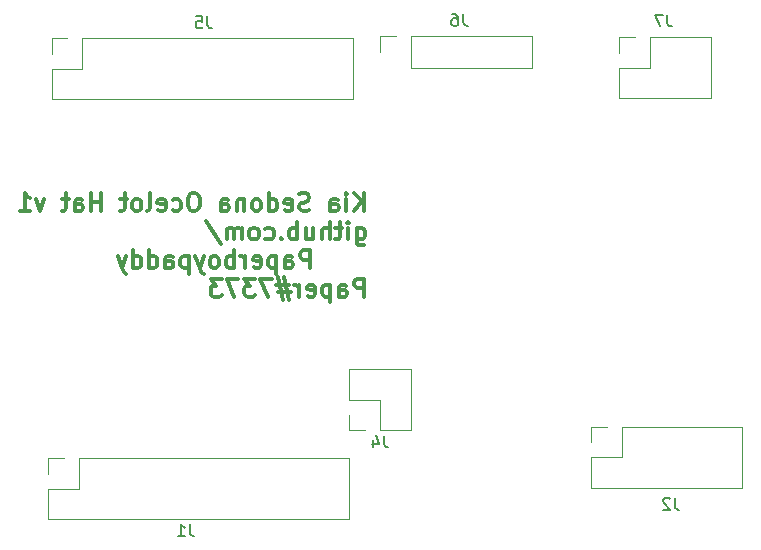
<source format=gbr>
%TF.GenerationSoftware,KiCad,Pcbnew,(6.0.11)*%
%TF.CreationDate,2023-04-23T10:13:21-07:00*%
%TF.ProjectId,Ocelothat,4f63656c-6f74-4686-9174-2e6b69636164,rev?*%
%TF.SameCoordinates,Original*%
%TF.FileFunction,Legend,Bot*%
%TF.FilePolarity,Positive*%
%FSLAX46Y46*%
G04 Gerber Fmt 4.6, Leading zero omitted, Abs format (unit mm)*
G04 Created by KiCad (PCBNEW (6.0.11)) date 2023-04-23 10:13:21*
%MOMM*%
%LPD*%
G01*
G04 APERTURE LIST*
%ADD10C,0.300000*%
%ADD11C,0.150000*%
%ADD12C,0.120000*%
G04 APERTURE END LIST*
D10*
X151987857Y-83596071D02*
X151987857Y-82096071D01*
X151130714Y-83596071D02*
X151773571Y-82738928D01*
X151130714Y-82096071D02*
X151987857Y-82953214D01*
X150487857Y-83596071D02*
X150487857Y-82596071D01*
X150487857Y-82096071D02*
X150559285Y-82167500D01*
X150487857Y-82238928D01*
X150416428Y-82167500D01*
X150487857Y-82096071D01*
X150487857Y-82238928D01*
X149130714Y-83596071D02*
X149130714Y-82810357D01*
X149202142Y-82667500D01*
X149345000Y-82596071D01*
X149630714Y-82596071D01*
X149773571Y-82667500D01*
X149130714Y-83524642D02*
X149273571Y-83596071D01*
X149630714Y-83596071D01*
X149773571Y-83524642D01*
X149845000Y-83381785D01*
X149845000Y-83238928D01*
X149773571Y-83096071D01*
X149630714Y-83024642D01*
X149273571Y-83024642D01*
X149130714Y-82953214D01*
X147345000Y-83524642D02*
X147130714Y-83596071D01*
X146773571Y-83596071D01*
X146630714Y-83524642D01*
X146559285Y-83453214D01*
X146487857Y-83310357D01*
X146487857Y-83167500D01*
X146559285Y-83024642D01*
X146630714Y-82953214D01*
X146773571Y-82881785D01*
X147059285Y-82810357D01*
X147202142Y-82738928D01*
X147273571Y-82667500D01*
X147345000Y-82524642D01*
X147345000Y-82381785D01*
X147273571Y-82238928D01*
X147202142Y-82167500D01*
X147059285Y-82096071D01*
X146702142Y-82096071D01*
X146487857Y-82167500D01*
X145273571Y-83524642D02*
X145416428Y-83596071D01*
X145702142Y-83596071D01*
X145845000Y-83524642D01*
X145916428Y-83381785D01*
X145916428Y-82810357D01*
X145845000Y-82667500D01*
X145702142Y-82596071D01*
X145416428Y-82596071D01*
X145273571Y-82667500D01*
X145202142Y-82810357D01*
X145202142Y-82953214D01*
X145916428Y-83096071D01*
X143916428Y-83596071D02*
X143916428Y-82096071D01*
X143916428Y-83524642D02*
X144059285Y-83596071D01*
X144345000Y-83596071D01*
X144487857Y-83524642D01*
X144559285Y-83453214D01*
X144630714Y-83310357D01*
X144630714Y-82881785D01*
X144559285Y-82738928D01*
X144487857Y-82667500D01*
X144345000Y-82596071D01*
X144059285Y-82596071D01*
X143916428Y-82667500D01*
X142987857Y-83596071D02*
X143130714Y-83524642D01*
X143202142Y-83453214D01*
X143273571Y-83310357D01*
X143273571Y-82881785D01*
X143202142Y-82738928D01*
X143130714Y-82667500D01*
X142987857Y-82596071D01*
X142773571Y-82596071D01*
X142630714Y-82667500D01*
X142559285Y-82738928D01*
X142487857Y-82881785D01*
X142487857Y-83310357D01*
X142559285Y-83453214D01*
X142630714Y-83524642D01*
X142773571Y-83596071D01*
X142987857Y-83596071D01*
X141845000Y-82596071D02*
X141845000Y-83596071D01*
X141845000Y-82738928D02*
X141773571Y-82667500D01*
X141630714Y-82596071D01*
X141416428Y-82596071D01*
X141273571Y-82667500D01*
X141202142Y-82810357D01*
X141202142Y-83596071D01*
X139845000Y-83596071D02*
X139845000Y-82810357D01*
X139916428Y-82667500D01*
X140059285Y-82596071D01*
X140345000Y-82596071D01*
X140487857Y-82667500D01*
X139845000Y-83524642D02*
X139987857Y-83596071D01*
X140345000Y-83596071D01*
X140487857Y-83524642D01*
X140559285Y-83381785D01*
X140559285Y-83238928D01*
X140487857Y-83096071D01*
X140345000Y-83024642D01*
X139987857Y-83024642D01*
X139845000Y-82953214D01*
X137702142Y-82096071D02*
X137416428Y-82096071D01*
X137273571Y-82167500D01*
X137130714Y-82310357D01*
X137059285Y-82596071D01*
X137059285Y-83096071D01*
X137130714Y-83381785D01*
X137273571Y-83524642D01*
X137416428Y-83596071D01*
X137702142Y-83596071D01*
X137845000Y-83524642D01*
X137987857Y-83381785D01*
X138059285Y-83096071D01*
X138059285Y-82596071D01*
X137987857Y-82310357D01*
X137845000Y-82167500D01*
X137702142Y-82096071D01*
X135773571Y-83524642D02*
X135916428Y-83596071D01*
X136202142Y-83596071D01*
X136345000Y-83524642D01*
X136416428Y-83453214D01*
X136487857Y-83310357D01*
X136487857Y-82881785D01*
X136416428Y-82738928D01*
X136345000Y-82667500D01*
X136202142Y-82596071D01*
X135916428Y-82596071D01*
X135773571Y-82667500D01*
X134559285Y-83524642D02*
X134702142Y-83596071D01*
X134987857Y-83596071D01*
X135130714Y-83524642D01*
X135202142Y-83381785D01*
X135202142Y-82810357D01*
X135130714Y-82667500D01*
X134987857Y-82596071D01*
X134702142Y-82596071D01*
X134559285Y-82667500D01*
X134487857Y-82810357D01*
X134487857Y-82953214D01*
X135202142Y-83096071D01*
X133630714Y-83596071D02*
X133773571Y-83524642D01*
X133844999Y-83381785D01*
X133844999Y-82096071D01*
X132844999Y-83596071D02*
X132987857Y-83524642D01*
X133059285Y-83453214D01*
X133130714Y-83310357D01*
X133130714Y-82881785D01*
X133059285Y-82738928D01*
X132987857Y-82667500D01*
X132844999Y-82596071D01*
X132630714Y-82596071D01*
X132487857Y-82667500D01*
X132416428Y-82738928D01*
X132344999Y-82881785D01*
X132344999Y-83310357D01*
X132416428Y-83453214D01*
X132487857Y-83524642D01*
X132630714Y-83596071D01*
X132844999Y-83596071D01*
X131916428Y-82596071D02*
X131344999Y-82596071D01*
X131702142Y-82096071D02*
X131702142Y-83381785D01*
X131630714Y-83524642D01*
X131487857Y-83596071D01*
X131344999Y-83596071D01*
X129702142Y-83596071D02*
X129702142Y-82096071D01*
X129702142Y-82810357D02*
X128845000Y-82810357D01*
X128845000Y-83596071D02*
X128845000Y-82096071D01*
X127487857Y-83596071D02*
X127487857Y-82810357D01*
X127559285Y-82667500D01*
X127702142Y-82596071D01*
X127987857Y-82596071D01*
X128130714Y-82667500D01*
X127487857Y-83524642D02*
X127630714Y-83596071D01*
X127987857Y-83596071D01*
X128130714Y-83524642D01*
X128202142Y-83381785D01*
X128202142Y-83238928D01*
X128130714Y-83096071D01*
X127987857Y-83024642D01*
X127630714Y-83024642D01*
X127487857Y-82953214D01*
X126987857Y-82596071D02*
X126416428Y-82596071D01*
X126773571Y-82096071D02*
X126773571Y-83381785D01*
X126702142Y-83524642D01*
X126559285Y-83596071D01*
X126416428Y-83596071D01*
X124916428Y-82596071D02*
X124559285Y-83596071D01*
X124202142Y-82596071D01*
X122845000Y-83596071D02*
X123702142Y-83596071D01*
X123273571Y-83596071D02*
X123273571Y-82096071D01*
X123416428Y-82310357D01*
X123559285Y-82453214D01*
X123702142Y-82524642D01*
X151345000Y-85011071D02*
X151345000Y-86225357D01*
X151416428Y-86368214D01*
X151487857Y-86439642D01*
X151630714Y-86511071D01*
X151845000Y-86511071D01*
X151987857Y-86439642D01*
X151345000Y-85939642D02*
X151487857Y-86011071D01*
X151773571Y-86011071D01*
X151916428Y-85939642D01*
X151987857Y-85868214D01*
X152059285Y-85725357D01*
X152059285Y-85296785D01*
X151987857Y-85153928D01*
X151916428Y-85082500D01*
X151773571Y-85011071D01*
X151487857Y-85011071D01*
X151345000Y-85082500D01*
X150630714Y-86011071D02*
X150630714Y-85011071D01*
X150630714Y-84511071D02*
X150702142Y-84582500D01*
X150630714Y-84653928D01*
X150559285Y-84582500D01*
X150630714Y-84511071D01*
X150630714Y-84653928D01*
X150130714Y-85011071D02*
X149559285Y-85011071D01*
X149916428Y-84511071D02*
X149916428Y-85796785D01*
X149845000Y-85939642D01*
X149702142Y-86011071D01*
X149559285Y-86011071D01*
X149059285Y-86011071D02*
X149059285Y-84511071D01*
X148416428Y-86011071D02*
X148416428Y-85225357D01*
X148487857Y-85082500D01*
X148630714Y-85011071D01*
X148845000Y-85011071D01*
X148987857Y-85082500D01*
X149059285Y-85153928D01*
X147059285Y-85011071D02*
X147059285Y-86011071D01*
X147702142Y-85011071D02*
X147702142Y-85796785D01*
X147630714Y-85939642D01*
X147487857Y-86011071D01*
X147273571Y-86011071D01*
X147130714Y-85939642D01*
X147059285Y-85868214D01*
X146345000Y-86011071D02*
X146345000Y-84511071D01*
X146345000Y-85082500D02*
X146202142Y-85011071D01*
X145916428Y-85011071D01*
X145773571Y-85082500D01*
X145702142Y-85153928D01*
X145630714Y-85296785D01*
X145630714Y-85725357D01*
X145702142Y-85868214D01*
X145773571Y-85939642D01*
X145916428Y-86011071D01*
X146202142Y-86011071D01*
X146345000Y-85939642D01*
X144987857Y-85868214D02*
X144916428Y-85939642D01*
X144987857Y-86011071D01*
X145059285Y-85939642D01*
X144987857Y-85868214D01*
X144987857Y-86011071D01*
X143630714Y-85939642D02*
X143773571Y-86011071D01*
X144059285Y-86011071D01*
X144202142Y-85939642D01*
X144273571Y-85868214D01*
X144345000Y-85725357D01*
X144345000Y-85296785D01*
X144273571Y-85153928D01*
X144202142Y-85082500D01*
X144059285Y-85011071D01*
X143773571Y-85011071D01*
X143630714Y-85082500D01*
X142773571Y-86011071D02*
X142916428Y-85939642D01*
X142987857Y-85868214D01*
X143059285Y-85725357D01*
X143059285Y-85296785D01*
X142987857Y-85153928D01*
X142916428Y-85082500D01*
X142773571Y-85011071D01*
X142559285Y-85011071D01*
X142416428Y-85082500D01*
X142345000Y-85153928D01*
X142273571Y-85296785D01*
X142273571Y-85725357D01*
X142345000Y-85868214D01*
X142416428Y-85939642D01*
X142559285Y-86011071D01*
X142773571Y-86011071D01*
X141630714Y-86011071D02*
X141630714Y-85011071D01*
X141630714Y-85153928D02*
X141559285Y-85082500D01*
X141416428Y-85011071D01*
X141202142Y-85011071D01*
X141059285Y-85082500D01*
X140987857Y-85225357D01*
X140987857Y-86011071D01*
X140987857Y-85225357D02*
X140916428Y-85082500D01*
X140773571Y-85011071D01*
X140559285Y-85011071D01*
X140416428Y-85082500D01*
X140345000Y-85225357D01*
X140345000Y-86011071D01*
X138559285Y-84439642D02*
X139845000Y-86368214D01*
X147416428Y-88426071D02*
X147416428Y-86926071D01*
X146845000Y-86926071D01*
X146702142Y-86997500D01*
X146630714Y-87068928D01*
X146559285Y-87211785D01*
X146559285Y-87426071D01*
X146630714Y-87568928D01*
X146702142Y-87640357D01*
X146845000Y-87711785D01*
X147416428Y-87711785D01*
X145273571Y-88426071D02*
X145273571Y-87640357D01*
X145345000Y-87497500D01*
X145487857Y-87426071D01*
X145773571Y-87426071D01*
X145916428Y-87497500D01*
X145273571Y-88354642D02*
X145416428Y-88426071D01*
X145773571Y-88426071D01*
X145916428Y-88354642D01*
X145987857Y-88211785D01*
X145987857Y-88068928D01*
X145916428Y-87926071D01*
X145773571Y-87854642D01*
X145416428Y-87854642D01*
X145273571Y-87783214D01*
X144559285Y-87426071D02*
X144559285Y-88926071D01*
X144559285Y-87497500D02*
X144416428Y-87426071D01*
X144130714Y-87426071D01*
X143987857Y-87497500D01*
X143916428Y-87568928D01*
X143845000Y-87711785D01*
X143845000Y-88140357D01*
X143916428Y-88283214D01*
X143987857Y-88354642D01*
X144130714Y-88426071D01*
X144416428Y-88426071D01*
X144559285Y-88354642D01*
X142630714Y-88354642D02*
X142773571Y-88426071D01*
X143059285Y-88426071D01*
X143202142Y-88354642D01*
X143273571Y-88211785D01*
X143273571Y-87640357D01*
X143202142Y-87497500D01*
X143059285Y-87426071D01*
X142773571Y-87426071D01*
X142630714Y-87497500D01*
X142559285Y-87640357D01*
X142559285Y-87783214D01*
X143273571Y-87926071D01*
X141916428Y-88426071D02*
X141916428Y-87426071D01*
X141916428Y-87711785D02*
X141845000Y-87568928D01*
X141773571Y-87497500D01*
X141630714Y-87426071D01*
X141487857Y-87426071D01*
X140987857Y-88426071D02*
X140987857Y-86926071D01*
X140987857Y-87497500D02*
X140845000Y-87426071D01*
X140559285Y-87426071D01*
X140416428Y-87497500D01*
X140345000Y-87568928D01*
X140273571Y-87711785D01*
X140273571Y-88140357D01*
X140345000Y-88283214D01*
X140416428Y-88354642D01*
X140559285Y-88426071D01*
X140845000Y-88426071D01*
X140987857Y-88354642D01*
X139416428Y-88426071D02*
X139559285Y-88354642D01*
X139630714Y-88283214D01*
X139702142Y-88140357D01*
X139702142Y-87711785D01*
X139630714Y-87568928D01*
X139559285Y-87497500D01*
X139416428Y-87426071D01*
X139202142Y-87426071D01*
X139059285Y-87497500D01*
X138987857Y-87568928D01*
X138916428Y-87711785D01*
X138916428Y-88140357D01*
X138987857Y-88283214D01*
X139059285Y-88354642D01*
X139202142Y-88426071D01*
X139416428Y-88426071D01*
X138416428Y-87426071D02*
X138059285Y-88426071D01*
X137702142Y-87426071D02*
X138059285Y-88426071D01*
X138202142Y-88783214D01*
X138273571Y-88854642D01*
X138416428Y-88926071D01*
X137130714Y-87426071D02*
X137130714Y-88926071D01*
X137130714Y-87497500D02*
X136987857Y-87426071D01*
X136702142Y-87426071D01*
X136559285Y-87497500D01*
X136487857Y-87568928D01*
X136416428Y-87711785D01*
X136416428Y-88140357D01*
X136487857Y-88283214D01*
X136559285Y-88354642D01*
X136702142Y-88426071D01*
X136987857Y-88426071D01*
X137130714Y-88354642D01*
X135130714Y-88426071D02*
X135130714Y-87640357D01*
X135202142Y-87497500D01*
X135345000Y-87426071D01*
X135630714Y-87426071D01*
X135773571Y-87497500D01*
X135130714Y-88354642D02*
X135273571Y-88426071D01*
X135630714Y-88426071D01*
X135773571Y-88354642D01*
X135845000Y-88211785D01*
X135845000Y-88068928D01*
X135773571Y-87926071D01*
X135630714Y-87854642D01*
X135273571Y-87854642D01*
X135130714Y-87783214D01*
X133773571Y-88426071D02*
X133773571Y-86926071D01*
X133773571Y-88354642D02*
X133916428Y-88426071D01*
X134202142Y-88426071D01*
X134345000Y-88354642D01*
X134416428Y-88283214D01*
X134487857Y-88140357D01*
X134487857Y-87711785D01*
X134416428Y-87568928D01*
X134345000Y-87497500D01*
X134202142Y-87426071D01*
X133916428Y-87426071D01*
X133773571Y-87497500D01*
X132416428Y-88426071D02*
X132416428Y-86926071D01*
X132416428Y-88354642D02*
X132559285Y-88426071D01*
X132845000Y-88426071D01*
X132987857Y-88354642D01*
X133059285Y-88283214D01*
X133130714Y-88140357D01*
X133130714Y-87711785D01*
X133059285Y-87568928D01*
X132987857Y-87497500D01*
X132845000Y-87426071D01*
X132559285Y-87426071D01*
X132416428Y-87497500D01*
X131845000Y-87426071D02*
X131487857Y-88426071D01*
X131130714Y-87426071D02*
X131487857Y-88426071D01*
X131630714Y-88783214D01*
X131702142Y-88854642D01*
X131845000Y-88926071D01*
X151987857Y-90841071D02*
X151987857Y-89341071D01*
X151416428Y-89341071D01*
X151273571Y-89412500D01*
X151202142Y-89483928D01*
X151130714Y-89626785D01*
X151130714Y-89841071D01*
X151202142Y-89983928D01*
X151273571Y-90055357D01*
X151416428Y-90126785D01*
X151987857Y-90126785D01*
X149845000Y-90841071D02*
X149845000Y-90055357D01*
X149916428Y-89912500D01*
X150059285Y-89841071D01*
X150345000Y-89841071D01*
X150487857Y-89912500D01*
X149845000Y-90769642D02*
X149987857Y-90841071D01*
X150345000Y-90841071D01*
X150487857Y-90769642D01*
X150559285Y-90626785D01*
X150559285Y-90483928D01*
X150487857Y-90341071D01*
X150345000Y-90269642D01*
X149987857Y-90269642D01*
X149845000Y-90198214D01*
X149130714Y-89841071D02*
X149130714Y-91341071D01*
X149130714Y-89912500D02*
X148987857Y-89841071D01*
X148702142Y-89841071D01*
X148559285Y-89912500D01*
X148487857Y-89983928D01*
X148416428Y-90126785D01*
X148416428Y-90555357D01*
X148487857Y-90698214D01*
X148559285Y-90769642D01*
X148702142Y-90841071D01*
X148987857Y-90841071D01*
X149130714Y-90769642D01*
X147202142Y-90769642D02*
X147345000Y-90841071D01*
X147630714Y-90841071D01*
X147773571Y-90769642D01*
X147845000Y-90626785D01*
X147845000Y-90055357D01*
X147773571Y-89912500D01*
X147630714Y-89841071D01*
X147345000Y-89841071D01*
X147202142Y-89912500D01*
X147130714Y-90055357D01*
X147130714Y-90198214D01*
X147845000Y-90341071D01*
X146487857Y-90841071D02*
X146487857Y-89841071D01*
X146487857Y-90126785D02*
X146416428Y-89983928D01*
X146345000Y-89912500D01*
X146202142Y-89841071D01*
X146059285Y-89841071D01*
X145630714Y-89841071D02*
X144559285Y-89841071D01*
X145202142Y-89198214D02*
X145630714Y-91126785D01*
X144702142Y-90483928D02*
X145773571Y-90483928D01*
X145130714Y-91126785D02*
X144702142Y-89198214D01*
X144202142Y-89341071D02*
X143202142Y-89341071D01*
X143845000Y-90841071D01*
X142773571Y-89341071D02*
X141845000Y-89341071D01*
X142345000Y-89912500D01*
X142130714Y-89912500D01*
X141987857Y-89983928D01*
X141916428Y-90055357D01*
X141845000Y-90198214D01*
X141845000Y-90555357D01*
X141916428Y-90698214D01*
X141987857Y-90769642D01*
X142130714Y-90841071D01*
X142559285Y-90841071D01*
X142702142Y-90769642D01*
X142773571Y-90698214D01*
X141345000Y-89341071D02*
X140345000Y-89341071D01*
X140987857Y-90841071D01*
X139916428Y-89341071D02*
X138987857Y-89341071D01*
X139487857Y-89912500D01*
X139273571Y-89912500D01*
X139130714Y-89983928D01*
X139059285Y-90055357D01*
X138987857Y-90198214D01*
X138987857Y-90555357D01*
X139059285Y-90698214D01*
X139130714Y-90769642D01*
X139273571Y-90841071D01*
X139702142Y-90841071D01*
X139845000Y-90769642D01*
X139916428Y-90698214D01*
D11*
%TO.C,J6*%
X160373333Y-66917380D02*
X160373333Y-67631666D01*
X160420952Y-67774523D01*
X160516190Y-67869761D01*
X160659047Y-67917380D01*
X160754285Y-67917380D01*
X159468571Y-66917380D02*
X159659047Y-66917380D01*
X159754285Y-66965000D01*
X159801904Y-67012619D01*
X159897142Y-67155476D01*
X159944761Y-67345952D01*
X159944761Y-67726904D01*
X159897142Y-67822142D01*
X159849523Y-67869761D01*
X159754285Y-67917380D01*
X159563809Y-67917380D01*
X159468571Y-67869761D01*
X159420952Y-67822142D01*
X159373333Y-67726904D01*
X159373333Y-67488809D01*
X159420952Y-67393571D01*
X159468571Y-67345952D01*
X159563809Y-67298333D01*
X159754285Y-67298333D01*
X159849523Y-67345952D01*
X159897142Y-67393571D01*
X159944761Y-67488809D01*
%TO.C,J5*%
X138723333Y-67117380D02*
X138723333Y-67831666D01*
X138770952Y-67974523D01*
X138866190Y-68069761D01*
X139009047Y-68117380D01*
X139104285Y-68117380D01*
X137770952Y-67117380D02*
X138247142Y-67117380D01*
X138294761Y-67593571D01*
X138247142Y-67545952D01*
X138151904Y-67498333D01*
X137913809Y-67498333D01*
X137818571Y-67545952D01*
X137770952Y-67593571D01*
X137723333Y-67688809D01*
X137723333Y-67926904D01*
X137770952Y-68022142D01*
X137818571Y-68069761D01*
X137913809Y-68117380D01*
X138151904Y-68117380D01*
X138247142Y-68069761D01*
X138294761Y-68022142D01*
%TO.C,J2*%
X178298333Y-107892380D02*
X178298333Y-108606666D01*
X178345952Y-108749523D01*
X178441190Y-108844761D01*
X178584047Y-108892380D01*
X178679285Y-108892380D01*
X177869761Y-107987619D02*
X177822142Y-107940000D01*
X177726904Y-107892380D01*
X177488809Y-107892380D01*
X177393571Y-107940000D01*
X177345952Y-107987619D01*
X177298333Y-108082857D01*
X177298333Y-108178095D01*
X177345952Y-108320952D01*
X177917380Y-108892380D01*
X177298333Y-108892380D01*
%TO.C,J1*%
X137223333Y-110117380D02*
X137223333Y-110831666D01*
X137270952Y-110974523D01*
X137366190Y-111069761D01*
X137509047Y-111117380D01*
X137604285Y-111117380D01*
X136223333Y-111117380D02*
X136794761Y-111117380D01*
X136509047Y-111117380D02*
X136509047Y-110117380D01*
X136604285Y-110260238D01*
X136699523Y-110355476D01*
X136794761Y-110403095D01*
%TO.C,J4*%
X153668333Y-102622380D02*
X153668333Y-103336666D01*
X153715952Y-103479523D01*
X153811190Y-103574761D01*
X153954047Y-103622380D01*
X154049285Y-103622380D01*
X152763571Y-102955714D02*
X152763571Y-103622380D01*
X153001666Y-102574761D02*
X153239761Y-103289047D01*
X152620714Y-103289047D01*
%TO.C,J7*%
X177673333Y-66967380D02*
X177673333Y-67681666D01*
X177720952Y-67824523D01*
X177816190Y-67919761D01*
X177959047Y-67967380D01*
X178054285Y-67967380D01*
X177292380Y-66967380D02*
X176625714Y-66967380D01*
X177054285Y-67967380D01*
D12*
%TO.C,J6*%
X153360000Y-68810000D02*
X153360000Y-70140000D01*
X155960000Y-68810000D02*
X155960000Y-71470000D01*
X155960000Y-68810000D02*
X166180000Y-68810000D01*
X154690000Y-68810000D02*
X153360000Y-68810000D01*
X155960000Y-71470000D02*
X166180000Y-71470000D01*
X166180000Y-68810000D02*
X166180000Y-71470000D01*
%TO.C,J5*%
X125535000Y-71535000D02*
X125535000Y-74135000D01*
X128135000Y-68935000D02*
X128135000Y-71535000D01*
X151055000Y-68935000D02*
X151055000Y-74135000D01*
X128135000Y-68935000D02*
X151055000Y-68935000D01*
X126865000Y-68935000D02*
X125535000Y-68935000D01*
X125535000Y-68935000D02*
X125535000Y-70265000D01*
X125535000Y-74135000D02*
X151055000Y-74135000D01*
X128135000Y-71535000D02*
X125535000Y-71535000D01*
%TO.C,J2*%
X173785000Y-101860000D02*
X173785000Y-104460000D01*
X172515000Y-101860000D02*
X171185000Y-101860000D01*
X173785000Y-101860000D02*
X184005000Y-101860000D01*
X171185000Y-104460000D02*
X171185000Y-107060000D01*
X173785000Y-104460000D02*
X171185000Y-104460000D01*
X171185000Y-107060000D02*
X184005000Y-107060000D01*
X184005000Y-101860000D02*
X184005000Y-107060000D01*
X171185000Y-101860000D02*
X171185000Y-103190000D01*
%TO.C,J1*%
X125210000Y-109710000D02*
X150730000Y-109710000D01*
X127810000Y-104510000D02*
X127810000Y-107110000D01*
X125210000Y-107110000D02*
X125210000Y-109710000D01*
X127810000Y-107110000D02*
X125210000Y-107110000D01*
X126540000Y-104510000D02*
X125210000Y-104510000D01*
X125210000Y-104510000D02*
X125210000Y-105840000D01*
X127810000Y-104510000D02*
X150730000Y-104510000D01*
X150730000Y-104510000D02*
X150730000Y-109710000D01*
%TO.C,J4*%
X155935000Y-102170000D02*
X155935000Y-96970000D01*
X150735000Y-96970000D02*
X155935000Y-96970000D01*
X153335000Y-102170000D02*
X155935000Y-102170000D01*
X150735000Y-99570000D02*
X153335000Y-99570000D01*
X153335000Y-99570000D02*
X153335000Y-102170000D01*
X150735000Y-100840000D02*
X150735000Y-102170000D01*
X150735000Y-102170000D02*
X152065000Y-102170000D01*
X150735000Y-99570000D02*
X150735000Y-96970000D01*
%TO.C,J7*%
X176185000Y-68860000D02*
X176185000Y-71460000D01*
X181325000Y-68860000D02*
X181325000Y-74060000D01*
X173585000Y-68860000D02*
X173585000Y-70190000D01*
X176185000Y-71460000D02*
X173585000Y-71460000D01*
X173585000Y-74060000D02*
X181325000Y-74060000D01*
X176185000Y-68860000D02*
X181325000Y-68860000D01*
X174915000Y-68860000D02*
X173585000Y-68860000D01*
X173585000Y-71460000D02*
X173585000Y-74060000D01*
%TD*%
M02*

</source>
